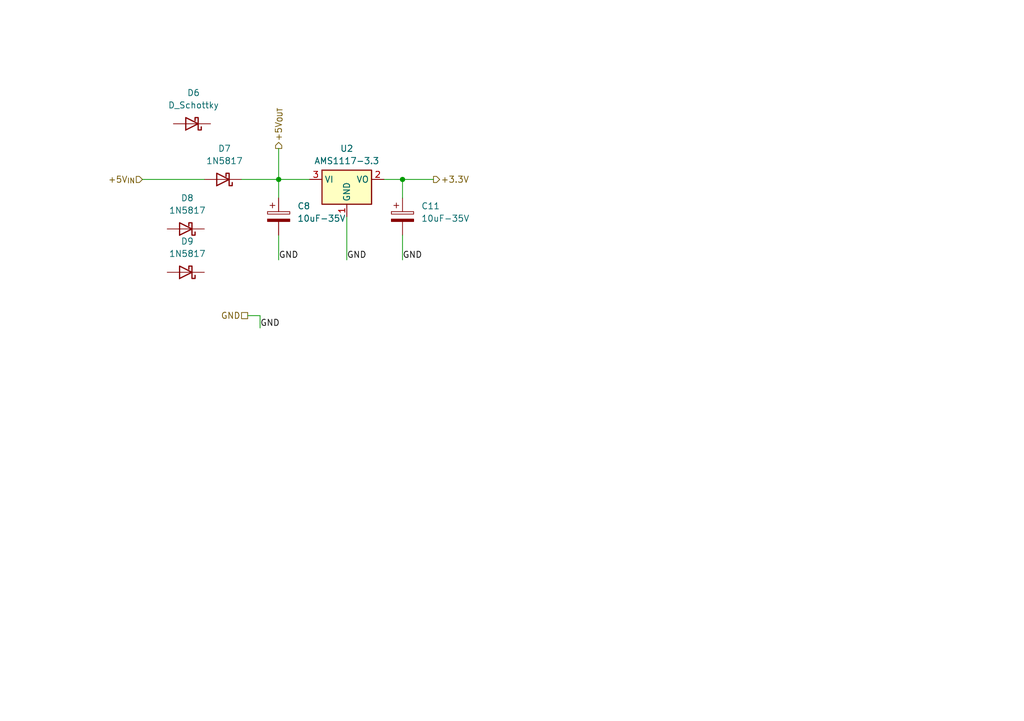
<source format=kicad_sch>
(kicad_sch (version 20250114) (generator "eeschema") (generator_version "9.0")
  (paper "A5")
  (title_block (title "RF Transmitter") (date "2024-11-03") (rev "1.0"))
  (lib_symbols
    (symbol "Device:C_Polarized" (pin_numbers (hide yes)) (pin_names (offset 0.254))
      (property "Reference" "C" (at 0.635 2.54 0))
      (property "Value" "C_Polarized" (at 0.635 -2.54 0))
      (symbol "C_Polarized_0_1"
        (rectangle (start -2.286 0.508) (end 2.286 1.016))
        (polyline (pts (xy -1.778 2.286) (xy -0.762 2.286)))
        (polyline (pts (xy -1.27 2.794) (xy -1.27 1.778)))
        (rectangle (start 2.286 -0.508) (end -2.286 -1.016) (fill (type outline)))
      )
      (symbol "C_Polarized_1_1"
        (pin passive line (at 0 3.81 270) (length 2.794) (name "~") (number "1"))
        (pin passive line (at 0 -3.81 90) (length 2.794) (name "~") (number "2"))
      )
    )
    (symbol "Device:D_Schottky" (pin_numbers (hide yes)) (pin_names (offset 1.016) (hide yes))
      (property "Reference" "D" (at 0 2.54 0))
      (property "Value" "D_Schottky" (at 0 -2.54 0))
      (symbol "D_Schottky_0_1"
        (polyline (pts (xy -1.905 0.635) (xy -1.905 1.27) (xy -1.27 1.27) (xy -1.27 -1.27) (xy -0.635 -1.27) (xy -0.635 -0.635)) (stroke (width 0.254)))
        (polyline (pts (xy 1.27 1.27) (xy 1.27 -1.27) (xy -1.27 0) (xy 1.27 1.27)) (stroke (width 0.254)))
        (polyline (pts (xy 1.27 0) (xy -1.27 0)))
      )
      (symbol "D_Schottky_1_1"
        (pin passive line (at -3.81 0 0) (length 2.54) (name "K") (number "1"))
        (pin passive line (at 3.81 0 180) (length 2.54) (name "A") (number "2"))
      )
    )
    (symbol "Diode:1N5817" (pin_numbers (hide yes)) (pin_names (offset 1.016) (hide yes))
      (property "Reference" "D" (at 0 2.54 0))
      (property "Value" "1N5817" (at 0 -2.54 0))
      (symbol "1N5817_0_1"
        (polyline (pts (xy -1.905 0.635) (xy -1.905 1.27) (xy -1.27 1.27) (xy -1.27 -1.27) (xy -0.635 -1.27) (xy -0.635 -0.635)) (stroke (width 0.254)))
        (polyline (pts (xy 1.27 1.27) (xy 1.27 -1.27) (xy -1.27 0) (xy 1.27 1.27)) (stroke (width 0.254)))
        (polyline (pts (xy 1.27 0) (xy -1.27 0)))
      )
      (symbol "1N5817_1_1"
        (pin passive line (at -3.81 0 0) (length 2.54) (name "K") (number "1"))
        (pin passive line (at 3.81 0 180) (length 2.54) (name "A") (number "2"))
      )
    )
    (symbol "Regulator_Linear:AMS1117-3.3"
      (property "Reference" "U" (at -3.81 3.175 0))
      (property "Value" "AMS1117-3.3" (at 0 3.175 0))
      (symbol "AMS1117-3.3_0_1"
        (rectangle (start -5.08 -5.08) (end 5.08 1.905) (stroke (width 0.254)) (fill (type background)))
      )
      (symbol "AMS1117-3.3_1_1"
        (pin power_in line (at -7.62 0 0) (length 2.54) (name "VI") (number "3"))
        (pin power_in line (at 0 -7.62 90) (length 2.54) (name "GND") (number "1"))
        (pin power_out line (at 7.62 0 180) (length 2.54) (name "VO") (number "2"))
      )
    )
  )
  (junction (at 82.55 36.83))
  (junction (at 57.15 36.83))
  (wire (pts (xy 82.55 36.83) (xy 82.55 40.64)))
  (wire (pts (xy 57.15 40.64) (xy 57.15 36.83)))
  (wire (pts (xy 53.34 64.77) (xy 53.34 67.31)))
  (wire (pts (xy 50.8 64.77) (xy 53.34 64.77)))
  (wire (pts (xy 82.55 48.26) (xy 82.55 53.34)))
  (wire (pts (xy 78.74 36.83) (xy 82.55 36.83)))
  (wire (pts (xy 57.15 36.83) (xy 63.5 36.83)))
  (wire (pts (xy 57.15 30.48) (xy 57.15 36.83)))
  (wire (pts (xy 29.21 36.83) (xy 41.91 36.83)))
  (wire (pts (xy 49.53 36.83) (xy 57.15 36.83)))
  (wire (pts (xy 82.55 36.83) (xy 88.9 36.83)))
  (wire (pts (xy 71.12 44.45) (xy 71.12 53.34)))
  (wire (pts (xy 57.15 48.26) (xy 57.15 53.34)))
  (label "GND" (at 71.12 53.34 0))
  (label "GND" (at 53.34 67.31 0))
  (label "GND" (at 82.55 53.34 0))
  (label "GND" (at 57.15 53.34 0))
  (hierarchical_label "+5V_{OUT}" (shape output) (at 57.15 30.48 90))
  (hierarchical_label "+3.3V" (shape output) (at 88.9 36.83 0))
  (hierarchical_label "+5V_{IN}" (shape input) (at 29.21 36.83 180))
  (hierarchical_label "GND" (shape passive) (at 50.8 64.77 180))
  (symbol (lib_id "Diode:1N5817") (at 38.1 55.88 180) (unit 1)
    (property "Reference" "D9" (at 38.4175 49.53 0))
    (property "Value" "1N5817" (at 38.4175 52.07 0))
    (property "Footprint" "Diode_THT:D_DO-41_SOD81_P10.16mm_Horizontal" (effects (hide yes)))
    (property "Datasheet" "http://www.vishay.com/docs/88525/1n5817.pdf" (effects (hide yes)))
    (property "Description" "20V 1A Schottky Barrier Rectifier Diode, DO-41" (effects (hide yes)))
  )
  (symbol (lib_id "Device:C_Polarized") (at 57.15 44.45 0) (unit 1)
    (property "Reference" "C8" (at 60.96 42.2909 0) (effects (justify left)))
    (property "Value" "10uF-35V" (at 60.96 44.8309 0) (effects (justify left)))
    (property "Footprint" "Capacitor_THT:C_Radial_D5.0mm_H11.0mm_P2.00mm" (effects (hide yes)))
    (property "Description" "Polarized capacitor" (effects (hide yes)))
  )
  (symbol (lib_id "Regulator_Linear:AMS1117-3.3") (at 71.12 36.83 0) (unit 1)
    (property "Reference" "U2" (at 71.12 30.48 0))
    (property "Value" "AMS1117-3.3" (at 71.12 33.02 0))
    (property "Footprint" "Package_TO_SOT_SMD:SOT-223-3_TabPin2" (effects (hide yes)))
    (property "Datasheet" "http://www.advanced-monolithic.com/pdf/ds1117.pdf" (effects (hide yes)))
    (property "Description" "1A Low Dropout regulator, positive, 3.3V fixed output, SOT-223" (effects (hide yes)))
  )
  (symbol (lib_id "Diode:1N5817") (at 45.72 36.83 180) (unit 1)
    (property "Reference" "D7" (at 46.0375 30.48 0))
    (property "Value" "1N5817" (at 46.0375 33.02 0))
    (property "Footprint" "Diode_THT:D_DO-41_SOD81_P10.16mm_Horizontal" (effects (hide yes)))
    (property "Datasheet" "http://www.vishay.com/docs/88525/1n5817.pdf" (effects (hide yes)))
    (property "Description" "20V 1A Schottky Barrier Rectifier Diode, DO-41" (effects (hide yes)))
  )
  (symbol (lib_id "Diode:1N5817") (at 38.1 46.99 180) (unit 1)
    (property "Reference" "D8" (at 38.4175 40.64 0))
    (property "Value" "1N5817" (at 38.4175 43.18 0))
    (property "Footprint" "Diode_THT:D_DO-41_SOD81_P10.16mm_Horizontal" (effects (hide yes)))
    (property "Datasheet" "http://www.vishay.com/docs/88525/1n5817.pdf" (effects (hide yes)))
    (property "Description" "20V 1A Schottky Barrier Rectifier Diode, DO-41" (effects (hide yes)))
  )
  (symbol (lib_id "Device:D_Schottky") (at 39.37 25.4 180) (unit 1)
    (property "Reference" "D6" (at 39.6875 19.05 0))
    (property "Value" "D_Schottky" (at 39.6875 21.59 0))
    (property "Description" "Schottky diode" (effects (hide yes)))
  )
  (symbol (lib_id "Device:C_Polarized") (at 82.55 44.45 0) (unit 1)
    (property "Reference" "C11" (at 86.36 42.2909 0) (effects (justify left)))
    (property "Value" "10uF-35V" (at 86.36 44.8309 0) (effects (justify left)))
    (property "Footprint" "Capacitor_THT:C_Radial_D5.0mm_H11.0mm_P2.00mm" (effects (hide yes)))
    (property "Description" "Polarized capacitor - 10 µF" (effects (hide yes)))
  )
)
</source>
